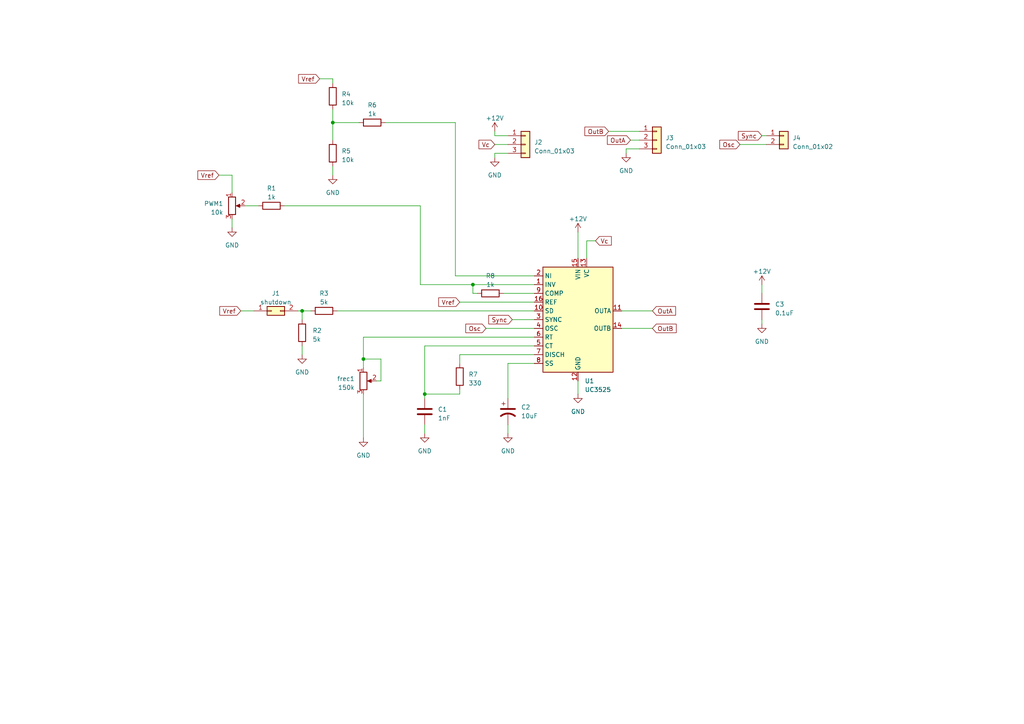
<source format=kicad_sch>
(kicad_sch (version 20230121) (generator eeschema)
  (paper "A4")
  (lib_symbols
    (symbol "Connector_Generic:Conn_01x02" (pin_names (offset 1.016) hide)
      (property "Reference" "J" (at 0 2.54 0))
      (property "Value" "Conn_01x02" (at 0 -5.08 0))
      (symbol "Conn_01x02_1_1"
        (rectangle (start -1.27 -2.413) (end 0 -2.667) (stroke (width 0.1524)))
        (rectangle (start -1.27 0.127) (end 0 -0.127) (stroke (width 0.1524)))
        (rectangle (start -1.27 1.27) (end 1.27 -3.81) (stroke (width 0.254)) (fill (type background)))
        (pin passive line (at -5.08 0 0) (length 3.81) (name "Pin_1") (number "1"))
        (pin passive line (at -5.08 -2.54 0) (length 3.81) (name "Pin_2") (number "2"))
      )
    )
    (symbol "Connector_Generic:Conn_01x03" (pin_names (offset 1.016) hide)
      (property "Reference" "J" (at 0 5.08 0))
      (property "Value" "Conn_01x03" (at 0 -5.08 0))
      (symbol "Conn_01x03_1_1"
        (rectangle (start -1.27 -2.413) (end 0 -2.667) (stroke (width 0.1524)))
        (rectangle (start -1.27 0.127) (end 0 -0.127) (stroke (width 0.1524)))
        (rectangle (start -1.27 2.667) (end 0 2.413) (stroke (width 0.1524)))
        (rectangle (start -1.27 3.81) (end 1.27 -3.81) (stroke (width 0.254)) (fill (type background)))
        (pin passive line (at -5.08 2.54 0) (length 3.81) (name "Pin_1") (number "1"))
        (pin passive line (at -5.08 0 0) (length 3.81) (name "Pin_2") (number "2"))
        (pin passive line (at -5.08 -2.54 0) (length 3.81) (name "Pin_3") (number "3"))
      )
    )
    (symbol "Connector_Generic:Conn_02x01" (pin_names (offset 1.016) hide)
      (property "Reference" "J" (at 1.27 2.54 0))
      (property "Value" "Conn_02x01" (at 1.27 -2.54 0))
      (symbol "Conn_02x01_1_1"
        (rectangle (start -1.27 0.127) (end 0 -0.127) (stroke (width 0.1524)))
        (rectangle (start -1.27 1.27) (end 3.81 -1.27) (stroke (width 0.254)) (fill (type background)))
        (rectangle (start 3.81 0.127) (end 2.54 -0.127) (stroke (width 0.1524)))
        (pin passive line (at -5.08 0 0) (length 3.81) (name "Pin_1") (number "1"))
        (pin passive line (at 7.62 0 180) (length 3.81) (name "Pin_2") (number "2"))
      )
    )
    (symbol "Device:C" (pin_numbers hide) (pin_names (offset 0.254))
      (property "Reference" "C" (at 0.635 2.54 0))
      (property "Value" "C" (at 0.635 -2.54 0))
      (symbol "C_0_1"
        (polyline (pts (xy -2.032 -0.762) (xy 2.032 -0.762)) (stroke (width 0.508)))
        (polyline (pts (xy -2.032 0.762) (xy 2.032 0.762)) (stroke (width 0.508)))
      )
      (symbol "C_1_1"
        (pin passive line (at 0 3.81 270) (length 2.794) (name "~") (number "1"))
        (pin passive line (at 0 -3.81 90) (length 2.794) (name "~") (number "2"))
      )
    )
    (symbol "Device:C_Polarized_US" (pin_numbers hide) (pin_names (offset 0.254) hide)
      (property "Reference" "C" (at 0.635 2.54 0))
      (property "Value" "C_Polarized_US" (at 0.635 -2.54 0))
      (symbol "C_Polarized_US_0_1"
        (polyline (pts (xy -2.032 0.762) (xy 2.032 0.762)) (stroke (width 0.508)))
        (polyline (pts (xy -1.778 2.286) (xy -0.762 2.286)))
        (polyline (pts (xy -1.27 1.778) (xy -1.27 2.794)))
        (arc (start 2.032 -1.27) (mid 0 -0.5572) (end -2.032 -1.27) (stroke (width 0.508)))
      )
      (symbol "C_Polarized_US_1_1"
        (pin passive line (at 0 3.81 270) (length 2.794) (name "~") (number "1"))
        (pin passive line (at 0 -3.81 90) (length 3.302) (name "~") (number "2"))
      )
    )
    (symbol "Device:R" (pin_numbers hide) (pin_names (offset 0))
      (property "Reference" "R" (at 2.032 0 90))
      (property "Value" "R" (at 0 0 90))
      (symbol "R_0_1"
        (rectangle (start -1.016 -2.54) (end 1.016 2.54) (stroke (width 0.254)))
      )
      (symbol "R_1_1"
        (pin passive line (at 0 3.81 270) (length 1.27) (name "~") (number "1"))
        (pin passive line (at 0 -3.81 90) (length 1.27) (name "~") (number "2"))
      )
    )
    (symbol "Device:R_Potentiometer" (pin_names (offset 1.016) hide)
      (property "Reference" "RV" (at -4.445 0 90))
      (property "Value" "R_Potentiometer" (at -2.54 0 90))
      (symbol "R_Potentiometer_0_1"
        (polyline (pts (xy 2.54 0) (xy 1.524 0)))
        (polyline (pts (xy 1.143 0) (xy 2.286 0.508) (xy 2.286 -0.508) (xy 1.143 0)) (fill (type outline)))
        (rectangle (start 1.016 2.54) (end -1.016 -2.54) (stroke (width 0.254)))
      )
      (symbol "R_Potentiometer_1_1"
        (pin passive line (at 0 3.81 270) (length 1.27) (name "1") (number "1"))
        (pin passive line (at 3.81 0 180) (length 1.27) (name "2") (number "2"))
        (pin passive line (at 0 -3.81 90) (length 1.27) (name "3") (number "3"))
      )
    )
    (symbol "Regulator_Controller:UC3525"
      (property "Reference" "U" (at 3.81 19.05 0))
      (property "Value" "UC3525" (at 3.81 16.51 0))
      (symbol "UC3525_0_1"
        (rectangle (start -10.16 -15.24) (end 10.16 15.24) (stroke (width 0.254)) (fill (type background)))
      )
      (symbol "UC3525_1_1"
        (pin input line (at -12.7 10.16 0) (length 2.54) (name "INV") (number "1"))
        (pin passive line (at -12.7 2.54 0) (length 2.54) (name "SD") (number "10"))
        (pin output line (at 12.7 2.54 180) (length 2.54) (name "OUTA") (number "11"))
        (pin power_in line (at 0 -17.78 90) (length 2.54) (name "GND") (number "12"))
        (pin power_in line (at 2.54 17.78 270) (length 2.54) (name "VC") (number "13"))
        (pin output line (at 12.7 -2.54 180) (length 2.54) (name "OUTB") (number "14"))
        (pin power_in line (at 0 17.78 270) (length 2.54) (name "VIN") (number "15"))
        (pin power_in line (at -12.7 5.08 0) (length 2.54) (name "REF") (number "16"))
        (pin input line (at -12.7 12.7 0) (length 2.54) (name "NI") (number "2"))
        (pin passive line (at -12.7 0 0) (length 2.54) (name "SYNC") (number "3"))
        (pin output line (at -12.7 -2.54 0) (length 2.54) (name "OSC") (number "4"))
        (pin passive line (at -12.7 -7.62 0) (length 2.54) (name "CT") (number "5"))
        (pin passive line (at -12.7 -5.08 0) (length 2.54) (name "RT") (number "6"))
        (pin open_collector line (at -12.7 -10.16 0) (length 2.54) (name "DISCH") (number "7"))
        (pin passive line (at -12.7 -12.7 0) (length 2.54) (name "SS") (number "8"))
        (pin passive line (at -12.7 7.62 0) (length 2.54) (name "COMP") (number "9"))
      )
    )
    (symbol "power:+12V" (power) (pin_names (offset 0))
      (property "Value" "+12V" (at 0 3.556 0))
      (symbol "+12V_0_1"
        (polyline (pts (xy -0.762 1.27) (xy 0 2.54)))
        (polyline (pts (xy 0 0) (xy 0 2.54)))
        (polyline (pts (xy 0 2.54) (xy 0.762 1.27)))
      )
      (symbol "+12V_1_1"
        (pin power_in line (at 0 0 90) (length 0) hide (name "+12V") (number "1"))
      )
    )
    (symbol "power:GND" (power) (pin_names (offset 0))
      (property "Value" "GND" (at 0 -3.81 0))
      (symbol "GND_0_1"
        (polyline (pts (xy 0 0) (xy 0 -1.27) (xy 1.27 -1.27) (xy 0 -2.54) (xy -1.27 -1.27) (xy 0 -1.27)))
      )
      (symbol "GND_1_1"
        (pin power_in line (at 0 0 270) (length 0) hide (name "GND") (number "1"))
      )
    )
  )
  (junction (at 123.19 114.3))
  (junction (at 87.63 90.17))
  (junction (at 105.41 104.14))
  (junction (at 96.52 35.56))
  (junction (at 137.16 82.55))
  (wire (pts (xy 154.94 105.41) (xy 147.32 105.41)))
  (wire (pts (xy 87.63 100.33) (xy 87.63 102.87)))
  (wire (pts (xy 71.12 59.69) (xy 74.93 59.69)))
  (wire (pts (xy 121.92 82.55) (xy 137.16 82.55)))
  (wire (pts (xy 123.19 114.3) (xy 123.19 100.33)))
  (wire (pts (xy 110.49 110.49) (xy 110.49 104.14)))
  (wire (pts (xy 214.63 41.91) (xy 222.25 41.91)))
  (wire (pts (xy 154.94 82.55) (xy 137.16 82.55)))
  (wire (pts (xy 133.35 114.3) (xy 123.19 114.3)))
  (wire (pts (xy 185.42 43.18) (xy 181.61 43.18)))
  (wire (pts (xy 220.98 39.37) (xy 222.25 39.37)))
  (wire (pts (xy 133.35 102.87) (xy 133.35 105.41)))
  (wire (pts (xy 87.63 90.17) (xy 90.17 90.17)))
  (wire (pts (xy 109.22 110.49) (xy 110.49 110.49)))
  (wire (pts (xy 133.35 87.63) (xy 154.94 87.63)))
  (wire (pts (xy 96.52 48.26) (xy 96.52 50.8)))
  (wire (pts (xy 143.51 38.1) (xy 143.51 39.37)))
  (wire (pts (xy 147.32 44.45) (xy 143.51 44.45)))
  (wire (pts (xy 147.32 123.19) (xy 147.32 125.73)))
  (wire (pts (xy 123.19 100.33) (xy 154.94 100.33)))
  (wire (pts (xy 220.98 82.55) (xy 220.98 85.09)))
  (wire (pts (xy 182.88 40.64) (xy 185.42 40.64)))
  (wire (pts (xy 170.18 69.85) (xy 170.18 74.93)))
  (wire (pts (xy 123.19 123.19) (xy 123.19 125.73)))
  (wire (pts (xy 137.16 85.09) (xy 138.43 85.09)))
  (wire (pts (xy 147.32 105.41) (xy 147.32 115.57)))
  (wire (pts (xy 140.97 95.25) (xy 154.94 95.25)))
  (wire (pts (xy 167.64 110.49) (xy 167.64 114.3)))
  (wire (pts (xy 167.64 67.31) (xy 167.64 74.93)))
  (wire (pts (xy 148.59 92.71) (xy 154.94 92.71)))
  (wire (pts (xy 104.14 35.56) (xy 96.52 35.56)))
  (wire (pts (xy 105.41 104.14) (xy 105.41 106.68)))
  (wire (pts (xy 86.36 90.17) (xy 87.63 90.17)))
  (wire (pts (xy 143.51 39.37) (xy 147.32 39.37)))
  (wire (pts (xy 92.71 22.86) (xy 96.52 22.86)))
  (wire (pts (xy 181.61 43.18) (xy 181.61 44.45)))
  (wire (pts (xy 180.34 90.17) (xy 189.23 90.17)))
  (wire (pts (xy 96.52 22.86) (xy 96.52 24.13)))
  (wire (pts (xy 97.79 90.17) (xy 154.94 90.17)))
  (wire (pts (xy 143.51 41.91) (xy 147.32 41.91)))
  (wire (pts (xy 123.19 115.57) (xy 123.19 114.3)))
  (wire (pts (xy 132.08 80.01) (xy 154.94 80.01)))
  (wire (pts (xy 105.41 104.14) (xy 110.49 104.14)))
  (wire (pts (xy 154.94 102.87) (xy 133.35 102.87)))
  (wire (pts (xy 146.05 85.09) (xy 154.94 85.09)))
  (wire (pts (xy 67.31 50.8) (xy 67.31 55.88)))
  (wire (pts (xy 133.35 113.03) (xy 133.35 114.3)))
  (wire (pts (xy 137.16 82.55) (xy 137.16 85.09)))
  (wire (pts (xy 132.08 35.56) (xy 132.08 80.01)))
  (wire (pts (xy 63.5 50.8) (xy 67.31 50.8)))
  (wire (pts (xy 176.53 38.1) (xy 185.42 38.1)))
  (wire (pts (xy 154.94 97.79) (xy 105.41 97.79)))
  (wire (pts (xy 96.52 35.56) (xy 96.52 31.75)))
  (wire (pts (xy 67.31 63.5) (xy 67.31 66.04)))
  (wire (pts (xy 105.41 97.79) (xy 105.41 104.14)))
  (wire (pts (xy 220.98 92.71) (xy 220.98 93.98)))
  (wire (pts (xy 69.85 90.17) (xy 73.66 90.17)))
  (wire (pts (xy 143.51 44.45) (xy 143.51 45.72)))
  (wire (pts (xy 111.76 35.56) (xy 132.08 35.56)))
  (wire (pts (xy 105.41 114.3) (xy 105.41 127)))
  (wire (pts (xy 180.34 95.25) (xy 189.23 95.25)))
  (wire (pts (xy 96.52 35.56) (xy 96.52 40.64)))
  (wire (pts (xy 87.63 90.17) (xy 87.63 92.71)))
  (wire (pts (xy 121.92 59.69) (xy 121.92 82.55)))
  (wire (pts (xy 82.55 59.69) (xy 121.92 59.69)))
  (wire (pts (xy 172.72 69.85) (xy 170.18 69.85)))
  (global_label "OutA" (shape input) (at 189.23 90.17 0) (property "Intersheetrefs" "${INTERSHEET_REFS}" (effects hide)))
  (global_label "Vref" (shape input) (at 133.35 87.63 180) (property "Intersheetrefs" "${INTERSHEET_REFS}" (effects hide)))
  (global_label "Osc" (shape input) (at 140.97 95.25 180) (property "Intersheetrefs" "${INTERSHEET_REFS}" (effects hide)))
  (global_label "OutB" (shape input) (at 176.53 38.1 180) (property "Intersheetrefs" "${INTERSHEET_REFS}" (effects hide)))
  (global_label "Vref" (shape input) (at 92.71 22.86 180) (property "Intersheetrefs" "${INTERSHEET_REFS}" (effects hide)))
  (global_label "Vref" (shape input) (at 69.85 90.17 180) (property "Intersheetrefs" "${INTERSHEET_REFS}" (effects hide)))
  (global_label "Sync" (shape input) (at 220.98 39.37 180) (property "Intersheetrefs" "${INTERSHEET_REFS}" (effects hide)))
  (global_label "Vc" (shape input) (at 143.51 41.91 180) (property "Intersheetrefs" "${INTERSHEET_REFS}" (effects hide)))
  (global_label "OutA" (shape input) (at 182.88 40.64 180) (property "Intersheetrefs" "${INTERSHEET_REFS}" (effects hide)))
  (global_label "OutB" (shape input) (at 189.23 95.25 0) (property "Intersheetrefs" "${INTERSHEET_REFS}" (effects hide)))
  (global_label "Sync" (shape input) (at 148.59 92.71 180) (property "Intersheetrefs" "${INTERSHEET_REFS}" (effects hide)))
  (global_label "Vref" (shape input) (at 63.5 50.8 180) (property "Intersheetrefs" "${INTERSHEET_REFS}" (effects hide)))
  (global_label "Vc" (shape input) (at 172.72 69.85 0) (property "Intersheetrefs" "${INTERSHEET_REFS}" (effects hide)))
  (global_label "Osc" (shape input) (at 214.63 41.91 180) (property "Intersheetrefs" "${INTERSHEET_REFS}" (effects hide)))
  (symbol (lib_id "power:GND") (at 167.64 114.3 0) (unit 1)
    (property "Reference" "#PWR010" (effects hide))
    (property "Value" "GND" (at 167.64 119.38 0))
  )
  (symbol (lib_id "Device:R") (at 133.35 109.22 0) (unit 1)
    (property "Reference" "R7" (at 135.89 108.585 0) (effects (justify left)))
    (property "Value" "330" (at 135.89 111.125 0) (effects (justify left)))
    (property "Footprint" "Resistor_THT:R_Axial_DIN0207_L6.3mm_D2.5mm_P7.62mm_Horizontal" (effects hide))
  )
  (symbol (lib_id "Device:R") (at 93.98 90.17 90) (unit 1)
    (property "Reference" "R3" (at 93.98 85.09 90))
    (property "Value" "5k" (at 93.98 87.63 90))
    (property "Footprint" "Resistor_THT:R_Axial_DIN0207_L6.3mm_D2.5mm_P7.62mm_Horizontal" (effects hide))
  )
  (symbol (lib_id "Device:R") (at 96.52 27.94 180) (unit 1)
    (property "Reference" "R4" (at 99.06 27.305 0) (effects (justify right)))
    (property "Value" "10k" (at 99.06 29.845 0) (effects (justify right)))
    (property "Footprint" "Resistor_THT:R_Axial_DIN0207_L6.3mm_D2.5mm_P7.62mm_Horizontal" (effects hide))
  )
  (symbol (lib_id "power:GND") (at 123.19 125.73 0) (unit 1)
    (property "Reference" "#PWR05" (effects hide))
    (property "Value" "GND" (at 123.19 130.81 0))
  )
  (symbol (lib_id "power:+12V") (at 143.51 38.1 0) (unit 1)
    (property "Reference" "#PWR07" (effects hide))
    (property "Value" "+12V" (at 143.51 34.29 0))
  )
  (symbol (lib_id "power:GND") (at 181.61 44.45 0) (unit 1)
    (property "Reference" "#PWR011" (effects hide))
    (property "Value" "GND" (at 181.61 49.53 0))
  )
  (symbol (lib_id "power:GND") (at 147.32 125.73 0) (unit 1)
    (property "Reference" "#PWR06" (effects hide))
    (property "Value" "GND" (at 147.32 130.81 0))
  )
  (symbol (lib_id "power:+12V") (at 167.64 67.31 0) (unit 1)
    (property "Reference" "#PWR09" (effects hide))
    (property "Value" "+12V" (at 167.64 63.5 0))
  )
  (symbol (lib_id "Device:C") (at 220.98 88.9 0) (unit 1)
    (property "Reference" "C3" (at 224.79 88.265 0) (effects (justify left)))
    (property "Value" "0.1uF" (at 224.79 90.805 0) (effects (justify left)))
    (property "Footprint" "Capacitor_THT:C_Disc_D7.5mm_W2.5mm_P5.00mm" (effects hide))
  )
  (symbol (lib_id "Device:R") (at 87.63 96.52 180) (unit 1)
    (property "Reference" "R2" (at 90.6341 95.885 0) (effects (justify right)))
    (property "Value" "5k" (at 90.6341 98.425 0) (effects (justify right)))
    (property "Footprint" "Resistor_THT:R_Axial_DIN0207_L6.3mm_D2.5mm_P7.62mm_Horizontal" (effects hide))
  )
  (symbol (lib_id "Regulator_Controller:UC3525") (at 167.64 92.71 0) (unit 1)
    (property "Reference" "U1" (at 169.5959 110.49 0) (effects (justify left)))
    (property "Value" "UC3525" (at 169.5959 113.03 0) (effects (justify left)))
    (property "Footprint" "Package_DIP:DIP-16_W7.62mm_LongPads" (effects hide))
    (property "Datasheet" "http://www.ti.com/lit/ds/symlink/uc2525b.pdf" (effects hide))
  )
  (symbol (lib_id "Connector_Generic:Conn_01x03") (at 152.4 41.91 0) (unit 1)
    (property "Reference" "J2" (at 154.94 41.275 0) (effects (justify left)))
    (property "Value" "Conn_01x03" (at 154.94 43.815 0) (effects (justify left)))
    (property "Footprint" "Connector_Wire:SolderWire-0.1sqmm_1x03_P3.6mm_D0.4mm_OD1mm" (effects hide))
  )
  (symbol (lib_id "power:GND") (at 220.98 93.98 0) (unit 1)
    (property "Reference" "#PWR012" (effects hide))
    (property "Value" "GND" (at 220.98 99.06 0))
  )
  (symbol (lib_id "power:+12V") (at 220.98 82.55 0) (unit 1)
    (property "Reference" "#PWR013" (effects hide))
    (property "Value" "+12V" (at 220.98 78.74 0))
  )
  (symbol (lib_id "Device:R") (at 107.95 35.56 90) (unit 1)
    (property "Reference" "R6" (at 107.95 30.48 90))
    (property "Value" "1k" (at 107.95 33.02 90))
    (property "Footprint" "Resistor_THT:R_Axial_DIN0207_L6.3mm_D2.5mm_P7.62mm_Horizontal" (effects hide))
  )
  (symbol (lib_id "Device:C_Polarized_US") (at 147.32 119.38 0) (unit 1)
    (property "Reference" "C2" (at 151.13 118.11 0) (effects (justify left)))
    (property "Value" "10uF" (at 151.13 120.65 0) (effects (justify left)))
    (property "Footprint" "Capacitor_THT:CP_Radial_D8.0mm_P5.00mm" (effects hide))
  )
  (symbol (lib_id "Device:C") (at 123.19 119.38 0) (unit 1)
    (property "Reference" "C1" (at 127 118.745 0) (effects (justify left)))
    (property "Value" "1nF" (at 127 121.285 0) (effects (justify left)))
    (property "Footprint" "Capacitor_THT:CP_Radial_D8.0mm_P5.00mm" (effects hide))
  )
  (symbol (lib_id "Connector_Generic:Conn_01x03") (at 190.5 40.64 0) (unit 1)
    (property "Reference" "J3" (at 193.04 40.005 0) (effects (justify left)))
    (property "Value" "Conn_01x03" (at 193.04 42.545 0) (effects (justify left)))
    (property "Footprint" "Connector_Wire:SolderWire-0.1sqmm_1x03_P3.6mm_D0.4mm_OD1mm" (effects hide))
  )
  (symbol (lib_id "Device:R") (at 78.74 59.69 90) (unit 1)
    (property "Reference" "R1" (at 78.74 54.61 90))
    (property "Value" "1k" (at 78.74 57.15 90))
    (property "Footprint" "Resistor_THT:R_Axial_DIN0207_L6.3mm_D2.5mm_P7.62mm_Horizontal" (effects hide))
  )
  (symbol (lib_id "power:GND") (at 96.52 50.8 0) (unit 1)
    (property "Reference" "#PWR03" (effects hide))
    (property "Value" "GND" (at 96.52 55.88 0))
  )
  (symbol (lib_id "power:GND") (at 143.51 45.72 0) (unit 1)
    (property "Reference" "#PWR08" (effects hide))
    (property "Value" "GND" (at 143.51 50.8 0))
  )
  (symbol (lib_id "Device:R") (at 96.52 44.45 180) (unit 1)
    (property "Reference" "R5" (at 99.06 43.815 0) (effects (justify right)))
    (property "Value" "10k" (at 99.06 46.355 0) (effects (justify right)))
    (property "Footprint" "Resistor_THT:R_Axial_DIN0207_L6.3mm_D2.5mm_P7.62mm_Horizontal" (effects hide))
  )
  (symbol (lib_id "Device:R_Potentiometer") (at 67.31 59.69 0) (unit 1)
    (property "Reference" "PWM1" (at 64.77 59.055 0) (effects (justify right)))
    (property "Value" "10k" (at 64.77 61.595 0) (effects (justify right)))
    (property "Footprint" "Potentiometer_THT:Potentiometer_Bourns_3266Y_Vertical" (effects hide))
  )
  (symbol (lib_id "power:GND") (at 67.31 66.04 0) (unit 1)
    (property "Reference" "#PWR01" (effects hide))
    (property "Value" "GND" (at 67.31 71.12 0))
  )
  (symbol (lib_id "Device:R") (at 142.24 85.09 90) (unit 1)
    (property "Reference" "R8" (at 142.24 80.01 90))
    (property "Value" "1k" (at 142.24 82.55 90))
    (property "Footprint" "Resistor_THT:R_Axial_DIN0207_L6.3mm_D2.5mm_P7.62mm_Horizontal" (effects hide))
  )
  (symbol (lib_id "Connector_Generic:Conn_02x01") (at 78.74 90.17 0) (unit 1)
    (property "Reference" "J1" (at 80.01 85.09 0))
    (property "Value" "shutdown" (at 80.01 87.63 0))
    (property "Footprint" "Button_Switch_THT:SW_PUSH_6mm_H9.5mm" (effects hide))
  )
  (symbol (lib_id "Device:R_Potentiometer") (at 105.41 110.49 0) (unit 1)
    (property "Reference" "frec1" (at 102.87 109.855 0) (effects (justify right)))
    (property "Value" "150k" (at 102.87 112.395 0) (effects (justify right)))
    (property "Footprint" "Potentiometer_THT:Potentiometer_Bourns_3266Y_Vertical" (effects hide))
  )
  (symbol (lib_id "power:GND") (at 105.41 127 0) (unit 1)
    (property "Reference" "#PWR04" (effects hide))
    (property "Value" "GND" (at 105.41 132.08 0))
  )
  (symbol (lib_id "Connector_Generic:Conn_01x02") (at 227.33 39.37 0) (unit 1)
    (property "Reference" "J4" (at 229.87 40.005 0) (effects (justify left)))
    (property "Value" "Conn_01x02" (at 229.87 42.545 0) (effects (justify left)))
    (property "Footprint" "Connector_Wire:SolderWire-0.1sqmm_1x02_P3.6mm_D0.4mm_OD1mm" (effects hide))
  )
  (symbol (lib_id "power:GND") (at 87.63 102.87 0) (unit 1)
    (property "Reference" "#PWR02" (effects hide))
    (property "Value" "GND" (at 87.63 107.95 0))
  )
)
</source>
